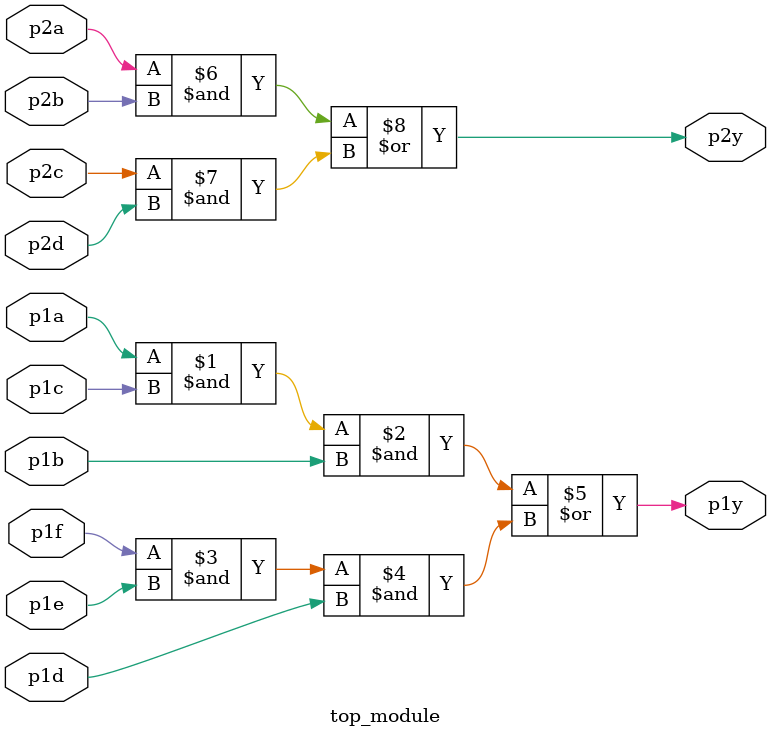
<source format=sv>
module top_module (
    input  p1a, p1b, p1c, p1d, p1e, p1f,
    output p1y,
    input  p2a, p2b, p2c, p2d,
    output p2y
);

    assign p1y = p1a & p1c & p1b | p1f & p1e & p1d;

    assign p2y = p2a & p2b | p2c & p2d;

endmodule

</source>
